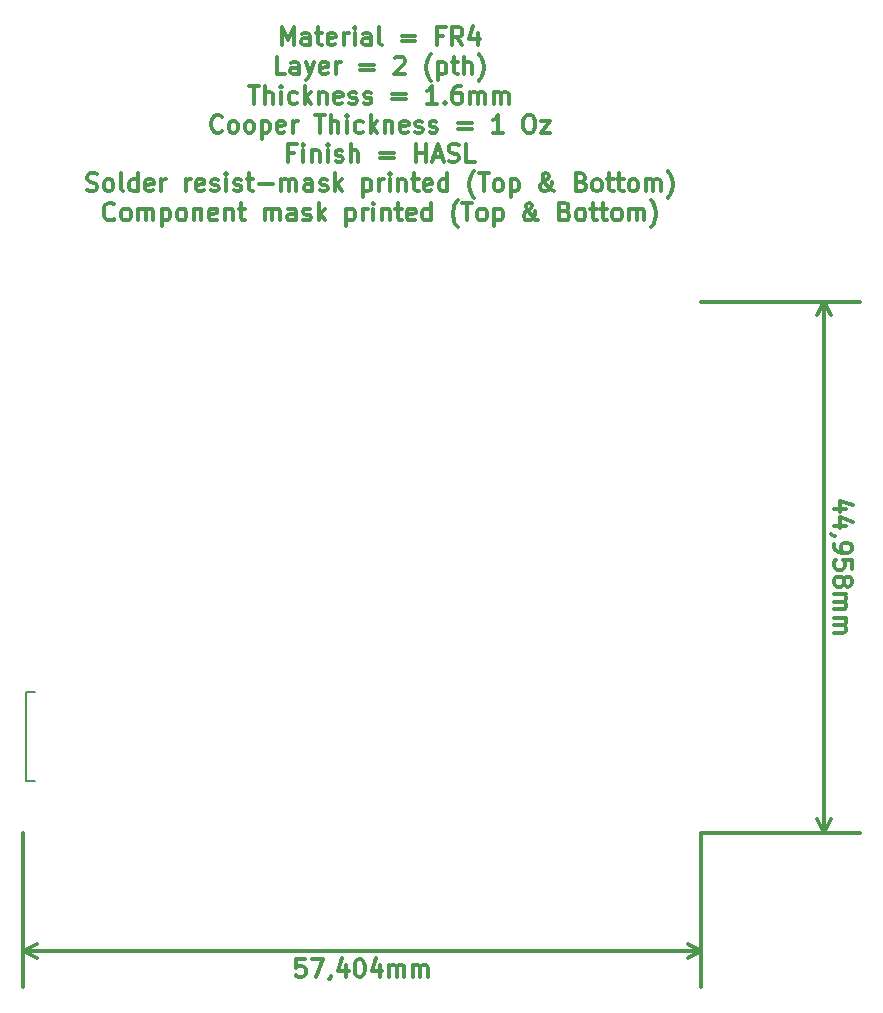
<source format=gbr>
G04 #@! TF.FileFunction,Drawing*
%FSLAX46Y46*%
G04 Gerber Fmt 4.6, Leading zero omitted, Abs format (unit mm)*
G04 Created by KiCad (PCBNEW 4.0.2-stable) date 25/07/2016 02:37:25 p.m.*
%MOMM*%
G01*
G04 APERTURE LIST*
%ADD10C,0.100000*%
%ADD11C,0.375000*%
%ADD12C,0.127000*%
G04 APERTURE END LIST*
D10*
D11*
X132394572Y-54213571D02*
X132394572Y-52713571D01*
X132894572Y-53785000D01*
X133394572Y-52713571D01*
X133394572Y-54213571D01*
X134751715Y-54213571D02*
X134751715Y-53427857D01*
X134680286Y-53285000D01*
X134537429Y-53213571D01*
X134251715Y-53213571D01*
X134108858Y-53285000D01*
X134751715Y-54142143D02*
X134608858Y-54213571D01*
X134251715Y-54213571D01*
X134108858Y-54142143D01*
X134037429Y-53999286D01*
X134037429Y-53856429D01*
X134108858Y-53713571D01*
X134251715Y-53642143D01*
X134608858Y-53642143D01*
X134751715Y-53570714D01*
X135251715Y-53213571D02*
X135823144Y-53213571D01*
X135466001Y-52713571D02*
X135466001Y-53999286D01*
X135537429Y-54142143D01*
X135680287Y-54213571D01*
X135823144Y-54213571D01*
X136894572Y-54142143D02*
X136751715Y-54213571D01*
X136466001Y-54213571D01*
X136323144Y-54142143D01*
X136251715Y-53999286D01*
X136251715Y-53427857D01*
X136323144Y-53285000D01*
X136466001Y-53213571D01*
X136751715Y-53213571D01*
X136894572Y-53285000D01*
X136966001Y-53427857D01*
X136966001Y-53570714D01*
X136251715Y-53713571D01*
X137608858Y-54213571D02*
X137608858Y-53213571D01*
X137608858Y-53499286D02*
X137680286Y-53356429D01*
X137751715Y-53285000D01*
X137894572Y-53213571D01*
X138037429Y-53213571D01*
X138537429Y-54213571D02*
X138537429Y-53213571D01*
X138537429Y-52713571D02*
X138466000Y-52785000D01*
X138537429Y-52856429D01*
X138608857Y-52785000D01*
X138537429Y-52713571D01*
X138537429Y-52856429D01*
X139894572Y-54213571D02*
X139894572Y-53427857D01*
X139823143Y-53285000D01*
X139680286Y-53213571D01*
X139394572Y-53213571D01*
X139251715Y-53285000D01*
X139894572Y-54142143D02*
X139751715Y-54213571D01*
X139394572Y-54213571D01*
X139251715Y-54142143D01*
X139180286Y-53999286D01*
X139180286Y-53856429D01*
X139251715Y-53713571D01*
X139394572Y-53642143D01*
X139751715Y-53642143D01*
X139894572Y-53570714D01*
X140823144Y-54213571D02*
X140680286Y-54142143D01*
X140608858Y-53999286D01*
X140608858Y-52713571D01*
X142537429Y-53427857D02*
X143680286Y-53427857D01*
X143680286Y-53856429D02*
X142537429Y-53856429D01*
X146037429Y-53427857D02*
X145537429Y-53427857D01*
X145537429Y-54213571D02*
X145537429Y-52713571D01*
X146251715Y-52713571D01*
X147680286Y-54213571D02*
X147180286Y-53499286D01*
X146823143Y-54213571D02*
X146823143Y-52713571D01*
X147394571Y-52713571D01*
X147537429Y-52785000D01*
X147608857Y-52856429D01*
X147680286Y-52999286D01*
X147680286Y-53213571D01*
X147608857Y-53356429D01*
X147537429Y-53427857D01*
X147394571Y-53499286D01*
X146823143Y-53499286D01*
X148966000Y-53213571D02*
X148966000Y-54213571D01*
X148608857Y-52642143D02*
X148251714Y-53713571D01*
X149180286Y-53713571D01*
X132680287Y-56688571D02*
X131966001Y-56688571D01*
X131966001Y-55188571D01*
X133823144Y-56688571D02*
X133823144Y-55902857D01*
X133751715Y-55760000D01*
X133608858Y-55688571D01*
X133323144Y-55688571D01*
X133180287Y-55760000D01*
X133823144Y-56617143D02*
X133680287Y-56688571D01*
X133323144Y-56688571D01*
X133180287Y-56617143D01*
X133108858Y-56474286D01*
X133108858Y-56331429D01*
X133180287Y-56188571D01*
X133323144Y-56117143D01*
X133680287Y-56117143D01*
X133823144Y-56045714D01*
X134394573Y-55688571D02*
X134751716Y-56688571D01*
X135108858Y-55688571D02*
X134751716Y-56688571D01*
X134608858Y-57045714D01*
X134537430Y-57117143D01*
X134394573Y-57188571D01*
X136251715Y-56617143D02*
X136108858Y-56688571D01*
X135823144Y-56688571D01*
X135680287Y-56617143D01*
X135608858Y-56474286D01*
X135608858Y-55902857D01*
X135680287Y-55760000D01*
X135823144Y-55688571D01*
X136108858Y-55688571D01*
X136251715Y-55760000D01*
X136323144Y-55902857D01*
X136323144Y-56045714D01*
X135608858Y-56188571D01*
X136966001Y-56688571D02*
X136966001Y-55688571D01*
X136966001Y-55974286D02*
X137037429Y-55831429D01*
X137108858Y-55760000D01*
X137251715Y-55688571D01*
X137394572Y-55688571D01*
X139037429Y-55902857D02*
X140180286Y-55902857D01*
X140180286Y-56331429D02*
X139037429Y-56331429D01*
X141966000Y-55331429D02*
X142037429Y-55260000D01*
X142180286Y-55188571D01*
X142537429Y-55188571D01*
X142680286Y-55260000D01*
X142751715Y-55331429D01*
X142823143Y-55474286D01*
X142823143Y-55617143D01*
X142751715Y-55831429D01*
X141894572Y-56688571D01*
X142823143Y-56688571D01*
X145037428Y-57260000D02*
X144966000Y-57188571D01*
X144823143Y-56974286D01*
X144751714Y-56831429D01*
X144680285Y-56617143D01*
X144608857Y-56260000D01*
X144608857Y-55974286D01*
X144680285Y-55617143D01*
X144751714Y-55402857D01*
X144823143Y-55260000D01*
X144966000Y-55045714D01*
X145037428Y-54974286D01*
X145608857Y-55688571D02*
X145608857Y-57188571D01*
X145608857Y-55760000D02*
X145751714Y-55688571D01*
X146037428Y-55688571D01*
X146180285Y-55760000D01*
X146251714Y-55831429D01*
X146323143Y-55974286D01*
X146323143Y-56402857D01*
X146251714Y-56545714D01*
X146180285Y-56617143D01*
X146037428Y-56688571D01*
X145751714Y-56688571D01*
X145608857Y-56617143D01*
X146751714Y-55688571D02*
X147323143Y-55688571D01*
X146966000Y-55188571D02*
X146966000Y-56474286D01*
X147037428Y-56617143D01*
X147180286Y-56688571D01*
X147323143Y-56688571D01*
X147823143Y-56688571D02*
X147823143Y-55188571D01*
X148466000Y-56688571D02*
X148466000Y-55902857D01*
X148394571Y-55760000D01*
X148251714Y-55688571D01*
X148037429Y-55688571D01*
X147894571Y-55760000D01*
X147823143Y-55831429D01*
X149037429Y-57260000D02*
X149108857Y-57188571D01*
X149251714Y-56974286D01*
X149323143Y-56831429D01*
X149394572Y-56617143D01*
X149466000Y-56260000D01*
X149466000Y-55974286D01*
X149394572Y-55617143D01*
X149323143Y-55402857D01*
X149251714Y-55260000D01*
X149108857Y-55045714D01*
X149037429Y-54974286D01*
X129608857Y-57663571D02*
X130466000Y-57663571D01*
X130037429Y-59163571D02*
X130037429Y-57663571D01*
X130966000Y-59163571D02*
X130966000Y-57663571D01*
X131608857Y-59163571D02*
X131608857Y-58377857D01*
X131537428Y-58235000D01*
X131394571Y-58163571D01*
X131180286Y-58163571D01*
X131037428Y-58235000D01*
X130966000Y-58306429D01*
X132323143Y-59163571D02*
X132323143Y-58163571D01*
X132323143Y-57663571D02*
X132251714Y-57735000D01*
X132323143Y-57806429D01*
X132394571Y-57735000D01*
X132323143Y-57663571D01*
X132323143Y-57806429D01*
X133680286Y-59092143D02*
X133537429Y-59163571D01*
X133251715Y-59163571D01*
X133108857Y-59092143D01*
X133037429Y-59020714D01*
X132966000Y-58877857D01*
X132966000Y-58449286D01*
X133037429Y-58306429D01*
X133108857Y-58235000D01*
X133251715Y-58163571D01*
X133537429Y-58163571D01*
X133680286Y-58235000D01*
X134323143Y-59163571D02*
X134323143Y-57663571D01*
X134466000Y-58592143D02*
X134894571Y-59163571D01*
X134894571Y-58163571D02*
X134323143Y-58735000D01*
X135537429Y-58163571D02*
X135537429Y-59163571D01*
X135537429Y-58306429D02*
X135608857Y-58235000D01*
X135751715Y-58163571D01*
X135966000Y-58163571D01*
X136108857Y-58235000D01*
X136180286Y-58377857D01*
X136180286Y-59163571D01*
X137466000Y-59092143D02*
X137323143Y-59163571D01*
X137037429Y-59163571D01*
X136894572Y-59092143D01*
X136823143Y-58949286D01*
X136823143Y-58377857D01*
X136894572Y-58235000D01*
X137037429Y-58163571D01*
X137323143Y-58163571D01*
X137466000Y-58235000D01*
X137537429Y-58377857D01*
X137537429Y-58520714D01*
X136823143Y-58663571D01*
X138108857Y-59092143D02*
X138251714Y-59163571D01*
X138537429Y-59163571D01*
X138680286Y-59092143D01*
X138751714Y-58949286D01*
X138751714Y-58877857D01*
X138680286Y-58735000D01*
X138537429Y-58663571D01*
X138323143Y-58663571D01*
X138180286Y-58592143D01*
X138108857Y-58449286D01*
X138108857Y-58377857D01*
X138180286Y-58235000D01*
X138323143Y-58163571D01*
X138537429Y-58163571D01*
X138680286Y-58235000D01*
X139323143Y-59092143D02*
X139466000Y-59163571D01*
X139751715Y-59163571D01*
X139894572Y-59092143D01*
X139966000Y-58949286D01*
X139966000Y-58877857D01*
X139894572Y-58735000D01*
X139751715Y-58663571D01*
X139537429Y-58663571D01*
X139394572Y-58592143D01*
X139323143Y-58449286D01*
X139323143Y-58377857D01*
X139394572Y-58235000D01*
X139537429Y-58163571D01*
X139751715Y-58163571D01*
X139894572Y-58235000D01*
X141751715Y-58377857D02*
X142894572Y-58377857D01*
X142894572Y-58806429D02*
X141751715Y-58806429D01*
X145537429Y-59163571D02*
X144680286Y-59163571D01*
X145108858Y-59163571D02*
X145108858Y-57663571D01*
X144966001Y-57877857D01*
X144823143Y-58020714D01*
X144680286Y-58092143D01*
X146180286Y-59020714D02*
X146251714Y-59092143D01*
X146180286Y-59163571D01*
X146108857Y-59092143D01*
X146180286Y-59020714D01*
X146180286Y-59163571D01*
X147537429Y-57663571D02*
X147251715Y-57663571D01*
X147108858Y-57735000D01*
X147037429Y-57806429D01*
X146894572Y-58020714D01*
X146823143Y-58306429D01*
X146823143Y-58877857D01*
X146894572Y-59020714D01*
X146966000Y-59092143D01*
X147108858Y-59163571D01*
X147394572Y-59163571D01*
X147537429Y-59092143D01*
X147608858Y-59020714D01*
X147680286Y-58877857D01*
X147680286Y-58520714D01*
X147608858Y-58377857D01*
X147537429Y-58306429D01*
X147394572Y-58235000D01*
X147108858Y-58235000D01*
X146966000Y-58306429D01*
X146894572Y-58377857D01*
X146823143Y-58520714D01*
X148323143Y-59163571D02*
X148323143Y-58163571D01*
X148323143Y-58306429D02*
X148394571Y-58235000D01*
X148537429Y-58163571D01*
X148751714Y-58163571D01*
X148894571Y-58235000D01*
X148966000Y-58377857D01*
X148966000Y-59163571D01*
X148966000Y-58377857D02*
X149037429Y-58235000D01*
X149180286Y-58163571D01*
X149394571Y-58163571D01*
X149537429Y-58235000D01*
X149608857Y-58377857D01*
X149608857Y-59163571D01*
X150323143Y-59163571D02*
X150323143Y-58163571D01*
X150323143Y-58306429D02*
X150394571Y-58235000D01*
X150537429Y-58163571D01*
X150751714Y-58163571D01*
X150894571Y-58235000D01*
X150966000Y-58377857D01*
X150966000Y-59163571D01*
X150966000Y-58377857D02*
X151037429Y-58235000D01*
X151180286Y-58163571D01*
X151394571Y-58163571D01*
X151537429Y-58235000D01*
X151608857Y-58377857D01*
X151608857Y-59163571D01*
X127323143Y-61495714D02*
X127251714Y-61567143D01*
X127037428Y-61638571D01*
X126894571Y-61638571D01*
X126680286Y-61567143D01*
X126537428Y-61424286D01*
X126466000Y-61281429D01*
X126394571Y-60995714D01*
X126394571Y-60781429D01*
X126466000Y-60495714D01*
X126537428Y-60352857D01*
X126680286Y-60210000D01*
X126894571Y-60138571D01*
X127037428Y-60138571D01*
X127251714Y-60210000D01*
X127323143Y-60281429D01*
X128180286Y-61638571D02*
X128037428Y-61567143D01*
X127966000Y-61495714D01*
X127894571Y-61352857D01*
X127894571Y-60924286D01*
X127966000Y-60781429D01*
X128037428Y-60710000D01*
X128180286Y-60638571D01*
X128394571Y-60638571D01*
X128537428Y-60710000D01*
X128608857Y-60781429D01*
X128680286Y-60924286D01*
X128680286Y-61352857D01*
X128608857Y-61495714D01*
X128537428Y-61567143D01*
X128394571Y-61638571D01*
X128180286Y-61638571D01*
X129537429Y-61638571D02*
X129394571Y-61567143D01*
X129323143Y-61495714D01*
X129251714Y-61352857D01*
X129251714Y-60924286D01*
X129323143Y-60781429D01*
X129394571Y-60710000D01*
X129537429Y-60638571D01*
X129751714Y-60638571D01*
X129894571Y-60710000D01*
X129966000Y-60781429D01*
X130037429Y-60924286D01*
X130037429Y-61352857D01*
X129966000Y-61495714D01*
X129894571Y-61567143D01*
X129751714Y-61638571D01*
X129537429Y-61638571D01*
X130680286Y-60638571D02*
X130680286Y-62138571D01*
X130680286Y-60710000D02*
X130823143Y-60638571D01*
X131108857Y-60638571D01*
X131251714Y-60710000D01*
X131323143Y-60781429D01*
X131394572Y-60924286D01*
X131394572Y-61352857D01*
X131323143Y-61495714D01*
X131251714Y-61567143D01*
X131108857Y-61638571D01*
X130823143Y-61638571D01*
X130680286Y-61567143D01*
X132608857Y-61567143D02*
X132466000Y-61638571D01*
X132180286Y-61638571D01*
X132037429Y-61567143D01*
X131966000Y-61424286D01*
X131966000Y-60852857D01*
X132037429Y-60710000D01*
X132180286Y-60638571D01*
X132466000Y-60638571D01*
X132608857Y-60710000D01*
X132680286Y-60852857D01*
X132680286Y-60995714D01*
X131966000Y-61138571D01*
X133323143Y-61638571D02*
X133323143Y-60638571D01*
X133323143Y-60924286D02*
X133394571Y-60781429D01*
X133466000Y-60710000D01*
X133608857Y-60638571D01*
X133751714Y-60638571D01*
X135180285Y-60138571D02*
X136037428Y-60138571D01*
X135608857Y-61638571D02*
X135608857Y-60138571D01*
X136537428Y-61638571D02*
X136537428Y-60138571D01*
X137180285Y-61638571D02*
X137180285Y-60852857D01*
X137108856Y-60710000D01*
X136965999Y-60638571D01*
X136751714Y-60638571D01*
X136608856Y-60710000D01*
X136537428Y-60781429D01*
X137894571Y-61638571D02*
X137894571Y-60638571D01*
X137894571Y-60138571D02*
X137823142Y-60210000D01*
X137894571Y-60281429D01*
X137965999Y-60210000D01*
X137894571Y-60138571D01*
X137894571Y-60281429D01*
X139251714Y-61567143D02*
X139108857Y-61638571D01*
X138823143Y-61638571D01*
X138680285Y-61567143D01*
X138608857Y-61495714D01*
X138537428Y-61352857D01*
X138537428Y-60924286D01*
X138608857Y-60781429D01*
X138680285Y-60710000D01*
X138823143Y-60638571D01*
X139108857Y-60638571D01*
X139251714Y-60710000D01*
X139894571Y-61638571D02*
X139894571Y-60138571D01*
X140037428Y-61067143D02*
X140465999Y-61638571D01*
X140465999Y-60638571D02*
X139894571Y-61210000D01*
X141108857Y-60638571D02*
X141108857Y-61638571D01*
X141108857Y-60781429D02*
X141180285Y-60710000D01*
X141323143Y-60638571D01*
X141537428Y-60638571D01*
X141680285Y-60710000D01*
X141751714Y-60852857D01*
X141751714Y-61638571D01*
X143037428Y-61567143D02*
X142894571Y-61638571D01*
X142608857Y-61638571D01*
X142466000Y-61567143D01*
X142394571Y-61424286D01*
X142394571Y-60852857D01*
X142466000Y-60710000D01*
X142608857Y-60638571D01*
X142894571Y-60638571D01*
X143037428Y-60710000D01*
X143108857Y-60852857D01*
X143108857Y-60995714D01*
X142394571Y-61138571D01*
X143680285Y-61567143D02*
X143823142Y-61638571D01*
X144108857Y-61638571D01*
X144251714Y-61567143D01*
X144323142Y-61424286D01*
X144323142Y-61352857D01*
X144251714Y-61210000D01*
X144108857Y-61138571D01*
X143894571Y-61138571D01*
X143751714Y-61067143D01*
X143680285Y-60924286D01*
X143680285Y-60852857D01*
X143751714Y-60710000D01*
X143894571Y-60638571D01*
X144108857Y-60638571D01*
X144251714Y-60710000D01*
X144894571Y-61567143D02*
X145037428Y-61638571D01*
X145323143Y-61638571D01*
X145466000Y-61567143D01*
X145537428Y-61424286D01*
X145537428Y-61352857D01*
X145466000Y-61210000D01*
X145323143Y-61138571D01*
X145108857Y-61138571D01*
X144966000Y-61067143D01*
X144894571Y-60924286D01*
X144894571Y-60852857D01*
X144966000Y-60710000D01*
X145108857Y-60638571D01*
X145323143Y-60638571D01*
X145466000Y-60710000D01*
X147323143Y-60852857D02*
X148466000Y-60852857D01*
X148466000Y-61281429D02*
X147323143Y-61281429D01*
X151108857Y-61638571D02*
X150251714Y-61638571D01*
X150680286Y-61638571D02*
X150680286Y-60138571D01*
X150537429Y-60352857D01*
X150394571Y-60495714D01*
X150251714Y-60567143D01*
X153180285Y-60138571D02*
X153465999Y-60138571D01*
X153608857Y-60210000D01*
X153751714Y-60352857D01*
X153823142Y-60638571D01*
X153823142Y-61138571D01*
X153751714Y-61424286D01*
X153608857Y-61567143D01*
X153465999Y-61638571D01*
X153180285Y-61638571D01*
X153037428Y-61567143D01*
X152894571Y-61424286D01*
X152823142Y-61138571D01*
X152823142Y-60638571D01*
X152894571Y-60352857D01*
X153037428Y-60210000D01*
X153180285Y-60138571D01*
X154323143Y-60638571D02*
X155108857Y-60638571D01*
X154323143Y-61638571D01*
X155108857Y-61638571D01*
X133430286Y-63327857D02*
X132930286Y-63327857D01*
X132930286Y-64113571D02*
X132930286Y-62613571D01*
X133644572Y-62613571D01*
X134216000Y-64113571D02*
X134216000Y-63113571D01*
X134216000Y-62613571D02*
X134144571Y-62685000D01*
X134216000Y-62756429D01*
X134287428Y-62685000D01*
X134216000Y-62613571D01*
X134216000Y-62756429D01*
X134930286Y-63113571D02*
X134930286Y-64113571D01*
X134930286Y-63256429D02*
X135001714Y-63185000D01*
X135144572Y-63113571D01*
X135358857Y-63113571D01*
X135501714Y-63185000D01*
X135573143Y-63327857D01*
X135573143Y-64113571D01*
X136287429Y-64113571D02*
X136287429Y-63113571D01*
X136287429Y-62613571D02*
X136216000Y-62685000D01*
X136287429Y-62756429D01*
X136358857Y-62685000D01*
X136287429Y-62613571D01*
X136287429Y-62756429D01*
X136930286Y-64042143D02*
X137073143Y-64113571D01*
X137358858Y-64113571D01*
X137501715Y-64042143D01*
X137573143Y-63899286D01*
X137573143Y-63827857D01*
X137501715Y-63685000D01*
X137358858Y-63613571D01*
X137144572Y-63613571D01*
X137001715Y-63542143D01*
X136930286Y-63399286D01*
X136930286Y-63327857D01*
X137001715Y-63185000D01*
X137144572Y-63113571D01*
X137358858Y-63113571D01*
X137501715Y-63185000D01*
X138216001Y-64113571D02*
X138216001Y-62613571D01*
X138858858Y-64113571D02*
X138858858Y-63327857D01*
X138787429Y-63185000D01*
X138644572Y-63113571D01*
X138430287Y-63113571D01*
X138287429Y-63185000D01*
X138216001Y-63256429D01*
X140716001Y-63327857D02*
X141858858Y-63327857D01*
X141858858Y-63756429D02*
X140716001Y-63756429D01*
X143716001Y-64113571D02*
X143716001Y-62613571D01*
X143716001Y-63327857D02*
X144573144Y-63327857D01*
X144573144Y-64113571D02*
X144573144Y-62613571D01*
X145216001Y-63685000D02*
X145930287Y-63685000D01*
X145073144Y-64113571D02*
X145573144Y-62613571D01*
X146073144Y-64113571D01*
X146501715Y-64042143D02*
X146716001Y-64113571D01*
X147073144Y-64113571D01*
X147216001Y-64042143D01*
X147287430Y-63970714D01*
X147358858Y-63827857D01*
X147358858Y-63685000D01*
X147287430Y-63542143D01*
X147216001Y-63470714D01*
X147073144Y-63399286D01*
X146787430Y-63327857D01*
X146644572Y-63256429D01*
X146573144Y-63185000D01*
X146501715Y-63042143D01*
X146501715Y-62899286D01*
X146573144Y-62756429D01*
X146644572Y-62685000D01*
X146787430Y-62613571D01*
X147144572Y-62613571D01*
X147358858Y-62685000D01*
X148716001Y-64113571D02*
X148001715Y-64113571D01*
X148001715Y-62613571D01*
X115894571Y-66517143D02*
X116108857Y-66588571D01*
X116466000Y-66588571D01*
X116608857Y-66517143D01*
X116680286Y-66445714D01*
X116751714Y-66302857D01*
X116751714Y-66160000D01*
X116680286Y-66017143D01*
X116608857Y-65945714D01*
X116466000Y-65874286D01*
X116180286Y-65802857D01*
X116037428Y-65731429D01*
X115966000Y-65660000D01*
X115894571Y-65517143D01*
X115894571Y-65374286D01*
X115966000Y-65231429D01*
X116037428Y-65160000D01*
X116180286Y-65088571D01*
X116537428Y-65088571D01*
X116751714Y-65160000D01*
X117608857Y-66588571D02*
X117465999Y-66517143D01*
X117394571Y-66445714D01*
X117323142Y-66302857D01*
X117323142Y-65874286D01*
X117394571Y-65731429D01*
X117465999Y-65660000D01*
X117608857Y-65588571D01*
X117823142Y-65588571D01*
X117965999Y-65660000D01*
X118037428Y-65731429D01*
X118108857Y-65874286D01*
X118108857Y-66302857D01*
X118037428Y-66445714D01*
X117965999Y-66517143D01*
X117823142Y-66588571D01*
X117608857Y-66588571D01*
X118966000Y-66588571D02*
X118823142Y-66517143D01*
X118751714Y-66374286D01*
X118751714Y-65088571D01*
X120180285Y-66588571D02*
X120180285Y-65088571D01*
X120180285Y-66517143D02*
X120037428Y-66588571D01*
X119751714Y-66588571D01*
X119608856Y-66517143D01*
X119537428Y-66445714D01*
X119465999Y-66302857D01*
X119465999Y-65874286D01*
X119537428Y-65731429D01*
X119608856Y-65660000D01*
X119751714Y-65588571D01*
X120037428Y-65588571D01*
X120180285Y-65660000D01*
X121465999Y-66517143D02*
X121323142Y-66588571D01*
X121037428Y-66588571D01*
X120894571Y-66517143D01*
X120823142Y-66374286D01*
X120823142Y-65802857D01*
X120894571Y-65660000D01*
X121037428Y-65588571D01*
X121323142Y-65588571D01*
X121465999Y-65660000D01*
X121537428Y-65802857D01*
X121537428Y-65945714D01*
X120823142Y-66088571D01*
X122180285Y-66588571D02*
X122180285Y-65588571D01*
X122180285Y-65874286D02*
X122251713Y-65731429D01*
X122323142Y-65660000D01*
X122465999Y-65588571D01*
X122608856Y-65588571D01*
X124251713Y-66588571D02*
X124251713Y-65588571D01*
X124251713Y-65874286D02*
X124323141Y-65731429D01*
X124394570Y-65660000D01*
X124537427Y-65588571D01*
X124680284Y-65588571D01*
X125751712Y-66517143D02*
X125608855Y-66588571D01*
X125323141Y-66588571D01*
X125180284Y-66517143D01*
X125108855Y-66374286D01*
X125108855Y-65802857D01*
X125180284Y-65660000D01*
X125323141Y-65588571D01*
X125608855Y-65588571D01*
X125751712Y-65660000D01*
X125823141Y-65802857D01*
X125823141Y-65945714D01*
X125108855Y-66088571D01*
X126394569Y-66517143D02*
X126537426Y-66588571D01*
X126823141Y-66588571D01*
X126965998Y-66517143D01*
X127037426Y-66374286D01*
X127037426Y-66302857D01*
X126965998Y-66160000D01*
X126823141Y-66088571D01*
X126608855Y-66088571D01*
X126465998Y-66017143D01*
X126394569Y-65874286D01*
X126394569Y-65802857D01*
X126465998Y-65660000D01*
X126608855Y-65588571D01*
X126823141Y-65588571D01*
X126965998Y-65660000D01*
X127680284Y-66588571D02*
X127680284Y-65588571D01*
X127680284Y-65088571D02*
X127608855Y-65160000D01*
X127680284Y-65231429D01*
X127751712Y-65160000D01*
X127680284Y-65088571D01*
X127680284Y-65231429D01*
X128323141Y-66517143D02*
X128465998Y-66588571D01*
X128751713Y-66588571D01*
X128894570Y-66517143D01*
X128965998Y-66374286D01*
X128965998Y-66302857D01*
X128894570Y-66160000D01*
X128751713Y-66088571D01*
X128537427Y-66088571D01*
X128394570Y-66017143D01*
X128323141Y-65874286D01*
X128323141Y-65802857D01*
X128394570Y-65660000D01*
X128537427Y-65588571D01*
X128751713Y-65588571D01*
X128894570Y-65660000D01*
X129394570Y-65588571D02*
X129965999Y-65588571D01*
X129608856Y-65088571D02*
X129608856Y-66374286D01*
X129680284Y-66517143D01*
X129823142Y-66588571D01*
X129965999Y-66588571D01*
X130465999Y-66017143D02*
X131608856Y-66017143D01*
X132323142Y-66588571D02*
X132323142Y-65588571D01*
X132323142Y-65731429D02*
X132394570Y-65660000D01*
X132537428Y-65588571D01*
X132751713Y-65588571D01*
X132894570Y-65660000D01*
X132965999Y-65802857D01*
X132965999Y-66588571D01*
X132965999Y-65802857D02*
X133037428Y-65660000D01*
X133180285Y-65588571D01*
X133394570Y-65588571D01*
X133537428Y-65660000D01*
X133608856Y-65802857D01*
X133608856Y-66588571D01*
X134965999Y-66588571D02*
X134965999Y-65802857D01*
X134894570Y-65660000D01*
X134751713Y-65588571D01*
X134465999Y-65588571D01*
X134323142Y-65660000D01*
X134965999Y-66517143D02*
X134823142Y-66588571D01*
X134465999Y-66588571D01*
X134323142Y-66517143D01*
X134251713Y-66374286D01*
X134251713Y-66231429D01*
X134323142Y-66088571D01*
X134465999Y-66017143D01*
X134823142Y-66017143D01*
X134965999Y-65945714D01*
X135608856Y-66517143D02*
X135751713Y-66588571D01*
X136037428Y-66588571D01*
X136180285Y-66517143D01*
X136251713Y-66374286D01*
X136251713Y-66302857D01*
X136180285Y-66160000D01*
X136037428Y-66088571D01*
X135823142Y-66088571D01*
X135680285Y-66017143D01*
X135608856Y-65874286D01*
X135608856Y-65802857D01*
X135680285Y-65660000D01*
X135823142Y-65588571D01*
X136037428Y-65588571D01*
X136180285Y-65660000D01*
X136894571Y-66588571D02*
X136894571Y-65088571D01*
X137037428Y-66017143D02*
X137465999Y-66588571D01*
X137465999Y-65588571D02*
X136894571Y-66160000D01*
X139251714Y-65588571D02*
X139251714Y-67088571D01*
X139251714Y-65660000D02*
X139394571Y-65588571D01*
X139680285Y-65588571D01*
X139823142Y-65660000D01*
X139894571Y-65731429D01*
X139966000Y-65874286D01*
X139966000Y-66302857D01*
X139894571Y-66445714D01*
X139823142Y-66517143D01*
X139680285Y-66588571D01*
X139394571Y-66588571D01*
X139251714Y-66517143D01*
X140608857Y-66588571D02*
X140608857Y-65588571D01*
X140608857Y-65874286D02*
X140680285Y-65731429D01*
X140751714Y-65660000D01*
X140894571Y-65588571D01*
X141037428Y-65588571D01*
X141537428Y-66588571D02*
X141537428Y-65588571D01*
X141537428Y-65088571D02*
X141465999Y-65160000D01*
X141537428Y-65231429D01*
X141608856Y-65160000D01*
X141537428Y-65088571D01*
X141537428Y-65231429D01*
X142251714Y-65588571D02*
X142251714Y-66588571D01*
X142251714Y-65731429D02*
X142323142Y-65660000D01*
X142466000Y-65588571D01*
X142680285Y-65588571D01*
X142823142Y-65660000D01*
X142894571Y-65802857D01*
X142894571Y-66588571D01*
X143394571Y-65588571D02*
X143966000Y-65588571D01*
X143608857Y-65088571D02*
X143608857Y-66374286D01*
X143680285Y-66517143D01*
X143823143Y-66588571D01*
X143966000Y-66588571D01*
X145037428Y-66517143D02*
X144894571Y-66588571D01*
X144608857Y-66588571D01*
X144466000Y-66517143D01*
X144394571Y-66374286D01*
X144394571Y-65802857D01*
X144466000Y-65660000D01*
X144608857Y-65588571D01*
X144894571Y-65588571D01*
X145037428Y-65660000D01*
X145108857Y-65802857D01*
X145108857Y-65945714D01*
X144394571Y-66088571D01*
X146394571Y-66588571D02*
X146394571Y-65088571D01*
X146394571Y-66517143D02*
X146251714Y-66588571D01*
X145966000Y-66588571D01*
X145823142Y-66517143D01*
X145751714Y-66445714D01*
X145680285Y-66302857D01*
X145680285Y-65874286D01*
X145751714Y-65731429D01*
X145823142Y-65660000D01*
X145966000Y-65588571D01*
X146251714Y-65588571D01*
X146394571Y-65660000D01*
X148680285Y-67160000D02*
X148608857Y-67088571D01*
X148466000Y-66874286D01*
X148394571Y-66731429D01*
X148323142Y-66517143D01*
X148251714Y-66160000D01*
X148251714Y-65874286D01*
X148323142Y-65517143D01*
X148394571Y-65302857D01*
X148466000Y-65160000D01*
X148608857Y-64945714D01*
X148680285Y-64874286D01*
X149037428Y-65088571D02*
X149894571Y-65088571D01*
X149466000Y-66588571D02*
X149466000Y-65088571D01*
X150608857Y-66588571D02*
X150465999Y-66517143D01*
X150394571Y-66445714D01*
X150323142Y-66302857D01*
X150323142Y-65874286D01*
X150394571Y-65731429D01*
X150465999Y-65660000D01*
X150608857Y-65588571D01*
X150823142Y-65588571D01*
X150965999Y-65660000D01*
X151037428Y-65731429D01*
X151108857Y-65874286D01*
X151108857Y-66302857D01*
X151037428Y-66445714D01*
X150965999Y-66517143D01*
X150823142Y-66588571D01*
X150608857Y-66588571D01*
X151751714Y-65588571D02*
X151751714Y-67088571D01*
X151751714Y-65660000D02*
X151894571Y-65588571D01*
X152180285Y-65588571D01*
X152323142Y-65660000D01*
X152394571Y-65731429D01*
X152466000Y-65874286D01*
X152466000Y-66302857D01*
X152394571Y-66445714D01*
X152323142Y-66517143D01*
X152180285Y-66588571D01*
X151894571Y-66588571D01*
X151751714Y-66517143D01*
X155466000Y-66588571D02*
X155394571Y-66588571D01*
X155251714Y-66517143D01*
X155037428Y-66302857D01*
X154680285Y-65874286D01*
X154537428Y-65660000D01*
X154466000Y-65445714D01*
X154466000Y-65302857D01*
X154537428Y-65160000D01*
X154680285Y-65088571D01*
X154751714Y-65088571D01*
X154894571Y-65160000D01*
X154966000Y-65302857D01*
X154966000Y-65374286D01*
X154894571Y-65517143D01*
X154823142Y-65588571D01*
X154394571Y-65874286D01*
X154323142Y-65945714D01*
X154251714Y-66088571D01*
X154251714Y-66302857D01*
X154323142Y-66445714D01*
X154394571Y-66517143D01*
X154537428Y-66588571D01*
X154751714Y-66588571D01*
X154894571Y-66517143D01*
X154966000Y-66445714D01*
X155180285Y-66160000D01*
X155251714Y-65945714D01*
X155251714Y-65802857D01*
X157751714Y-65802857D02*
X157966000Y-65874286D01*
X158037428Y-65945714D01*
X158108857Y-66088571D01*
X158108857Y-66302857D01*
X158037428Y-66445714D01*
X157966000Y-66517143D01*
X157823142Y-66588571D01*
X157251714Y-66588571D01*
X157251714Y-65088571D01*
X157751714Y-65088571D01*
X157894571Y-65160000D01*
X157966000Y-65231429D01*
X158037428Y-65374286D01*
X158037428Y-65517143D01*
X157966000Y-65660000D01*
X157894571Y-65731429D01*
X157751714Y-65802857D01*
X157251714Y-65802857D01*
X158966000Y-66588571D02*
X158823142Y-66517143D01*
X158751714Y-66445714D01*
X158680285Y-66302857D01*
X158680285Y-65874286D01*
X158751714Y-65731429D01*
X158823142Y-65660000D01*
X158966000Y-65588571D01*
X159180285Y-65588571D01*
X159323142Y-65660000D01*
X159394571Y-65731429D01*
X159466000Y-65874286D01*
X159466000Y-66302857D01*
X159394571Y-66445714D01*
X159323142Y-66517143D01*
X159180285Y-66588571D01*
X158966000Y-66588571D01*
X159894571Y-65588571D02*
X160466000Y-65588571D01*
X160108857Y-65088571D02*
X160108857Y-66374286D01*
X160180285Y-66517143D01*
X160323143Y-66588571D01*
X160466000Y-66588571D01*
X160751714Y-65588571D02*
X161323143Y-65588571D01*
X160966000Y-65088571D02*
X160966000Y-66374286D01*
X161037428Y-66517143D01*
X161180286Y-66588571D01*
X161323143Y-66588571D01*
X162037429Y-66588571D02*
X161894571Y-66517143D01*
X161823143Y-66445714D01*
X161751714Y-66302857D01*
X161751714Y-65874286D01*
X161823143Y-65731429D01*
X161894571Y-65660000D01*
X162037429Y-65588571D01*
X162251714Y-65588571D01*
X162394571Y-65660000D01*
X162466000Y-65731429D01*
X162537429Y-65874286D01*
X162537429Y-66302857D01*
X162466000Y-66445714D01*
X162394571Y-66517143D01*
X162251714Y-66588571D01*
X162037429Y-66588571D01*
X163180286Y-66588571D02*
X163180286Y-65588571D01*
X163180286Y-65731429D02*
X163251714Y-65660000D01*
X163394572Y-65588571D01*
X163608857Y-65588571D01*
X163751714Y-65660000D01*
X163823143Y-65802857D01*
X163823143Y-66588571D01*
X163823143Y-65802857D02*
X163894572Y-65660000D01*
X164037429Y-65588571D01*
X164251714Y-65588571D01*
X164394572Y-65660000D01*
X164466000Y-65802857D01*
X164466000Y-66588571D01*
X165037429Y-67160000D02*
X165108857Y-67088571D01*
X165251714Y-66874286D01*
X165323143Y-66731429D01*
X165394572Y-66517143D01*
X165466000Y-66160000D01*
X165466000Y-65874286D01*
X165394572Y-65517143D01*
X165323143Y-65302857D01*
X165251714Y-65160000D01*
X165108857Y-64945714D01*
X165037429Y-64874286D01*
X118216000Y-68920714D02*
X118144571Y-68992143D01*
X117930285Y-69063571D01*
X117787428Y-69063571D01*
X117573143Y-68992143D01*
X117430285Y-68849286D01*
X117358857Y-68706429D01*
X117287428Y-68420714D01*
X117287428Y-68206429D01*
X117358857Y-67920714D01*
X117430285Y-67777857D01*
X117573143Y-67635000D01*
X117787428Y-67563571D01*
X117930285Y-67563571D01*
X118144571Y-67635000D01*
X118216000Y-67706429D01*
X119073143Y-69063571D02*
X118930285Y-68992143D01*
X118858857Y-68920714D01*
X118787428Y-68777857D01*
X118787428Y-68349286D01*
X118858857Y-68206429D01*
X118930285Y-68135000D01*
X119073143Y-68063571D01*
X119287428Y-68063571D01*
X119430285Y-68135000D01*
X119501714Y-68206429D01*
X119573143Y-68349286D01*
X119573143Y-68777857D01*
X119501714Y-68920714D01*
X119430285Y-68992143D01*
X119287428Y-69063571D01*
X119073143Y-69063571D01*
X120216000Y-69063571D02*
X120216000Y-68063571D01*
X120216000Y-68206429D02*
X120287428Y-68135000D01*
X120430286Y-68063571D01*
X120644571Y-68063571D01*
X120787428Y-68135000D01*
X120858857Y-68277857D01*
X120858857Y-69063571D01*
X120858857Y-68277857D02*
X120930286Y-68135000D01*
X121073143Y-68063571D01*
X121287428Y-68063571D01*
X121430286Y-68135000D01*
X121501714Y-68277857D01*
X121501714Y-69063571D01*
X122216000Y-68063571D02*
X122216000Y-69563571D01*
X122216000Y-68135000D02*
X122358857Y-68063571D01*
X122644571Y-68063571D01*
X122787428Y-68135000D01*
X122858857Y-68206429D01*
X122930286Y-68349286D01*
X122930286Y-68777857D01*
X122858857Y-68920714D01*
X122787428Y-68992143D01*
X122644571Y-69063571D01*
X122358857Y-69063571D01*
X122216000Y-68992143D01*
X123787429Y-69063571D02*
X123644571Y-68992143D01*
X123573143Y-68920714D01*
X123501714Y-68777857D01*
X123501714Y-68349286D01*
X123573143Y-68206429D01*
X123644571Y-68135000D01*
X123787429Y-68063571D01*
X124001714Y-68063571D01*
X124144571Y-68135000D01*
X124216000Y-68206429D01*
X124287429Y-68349286D01*
X124287429Y-68777857D01*
X124216000Y-68920714D01*
X124144571Y-68992143D01*
X124001714Y-69063571D01*
X123787429Y-69063571D01*
X124930286Y-68063571D02*
X124930286Y-69063571D01*
X124930286Y-68206429D02*
X125001714Y-68135000D01*
X125144572Y-68063571D01*
X125358857Y-68063571D01*
X125501714Y-68135000D01*
X125573143Y-68277857D01*
X125573143Y-69063571D01*
X126858857Y-68992143D02*
X126716000Y-69063571D01*
X126430286Y-69063571D01*
X126287429Y-68992143D01*
X126216000Y-68849286D01*
X126216000Y-68277857D01*
X126287429Y-68135000D01*
X126430286Y-68063571D01*
X126716000Y-68063571D01*
X126858857Y-68135000D01*
X126930286Y-68277857D01*
X126930286Y-68420714D01*
X126216000Y-68563571D01*
X127573143Y-68063571D02*
X127573143Y-69063571D01*
X127573143Y-68206429D02*
X127644571Y-68135000D01*
X127787429Y-68063571D01*
X128001714Y-68063571D01*
X128144571Y-68135000D01*
X128216000Y-68277857D01*
X128216000Y-69063571D01*
X128716000Y-68063571D02*
X129287429Y-68063571D01*
X128930286Y-67563571D02*
X128930286Y-68849286D01*
X129001714Y-68992143D01*
X129144572Y-69063571D01*
X129287429Y-69063571D01*
X130930286Y-69063571D02*
X130930286Y-68063571D01*
X130930286Y-68206429D02*
X131001714Y-68135000D01*
X131144572Y-68063571D01*
X131358857Y-68063571D01*
X131501714Y-68135000D01*
X131573143Y-68277857D01*
X131573143Y-69063571D01*
X131573143Y-68277857D02*
X131644572Y-68135000D01*
X131787429Y-68063571D01*
X132001714Y-68063571D01*
X132144572Y-68135000D01*
X132216000Y-68277857D01*
X132216000Y-69063571D01*
X133573143Y-69063571D02*
X133573143Y-68277857D01*
X133501714Y-68135000D01*
X133358857Y-68063571D01*
X133073143Y-68063571D01*
X132930286Y-68135000D01*
X133573143Y-68992143D02*
X133430286Y-69063571D01*
X133073143Y-69063571D01*
X132930286Y-68992143D01*
X132858857Y-68849286D01*
X132858857Y-68706429D01*
X132930286Y-68563571D01*
X133073143Y-68492143D01*
X133430286Y-68492143D01*
X133573143Y-68420714D01*
X134216000Y-68992143D02*
X134358857Y-69063571D01*
X134644572Y-69063571D01*
X134787429Y-68992143D01*
X134858857Y-68849286D01*
X134858857Y-68777857D01*
X134787429Y-68635000D01*
X134644572Y-68563571D01*
X134430286Y-68563571D01*
X134287429Y-68492143D01*
X134216000Y-68349286D01*
X134216000Y-68277857D01*
X134287429Y-68135000D01*
X134430286Y-68063571D01*
X134644572Y-68063571D01*
X134787429Y-68135000D01*
X135501715Y-69063571D02*
X135501715Y-67563571D01*
X135644572Y-68492143D02*
X136073143Y-69063571D01*
X136073143Y-68063571D02*
X135501715Y-68635000D01*
X137858858Y-68063571D02*
X137858858Y-69563571D01*
X137858858Y-68135000D02*
X138001715Y-68063571D01*
X138287429Y-68063571D01*
X138430286Y-68135000D01*
X138501715Y-68206429D01*
X138573144Y-68349286D01*
X138573144Y-68777857D01*
X138501715Y-68920714D01*
X138430286Y-68992143D01*
X138287429Y-69063571D01*
X138001715Y-69063571D01*
X137858858Y-68992143D01*
X139216001Y-69063571D02*
X139216001Y-68063571D01*
X139216001Y-68349286D02*
X139287429Y-68206429D01*
X139358858Y-68135000D01*
X139501715Y-68063571D01*
X139644572Y-68063571D01*
X140144572Y-69063571D02*
X140144572Y-68063571D01*
X140144572Y-67563571D02*
X140073143Y-67635000D01*
X140144572Y-67706429D01*
X140216000Y-67635000D01*
X140144572Y-67563571D01*
X140144572Y-67706429D01*
X140858858Y-68063571D02*
X140858858Y-69063571D01*
X140858858Y-68206429D02*
X140930286Y-68135000D01*
X141073144Y-68063571D01*
X141287429Y-68063571D01*
X141430286Y-68135000D01*
X141501715Y-68277857D01*
X141501715Y-69063571D01*
X142001715Y-68063571D02*
X142573144Y-68063571D01*
X142216001Y-67563571D02*
X142216001Y-68849286D01*
X142287429Y-68992143D01*
X142430287Y-69063571D01*
X142573144Y-69063571D01*
X143644572Y-68992143D02*
X143501715Y-69063571D01*
X143216001Y-69063571D01*
X143073144Y-68992143D01*
X143001715Y-68849286D01*
X143001715Y-68277857D01*
X143073144Y-68135000D01*
X143216001Y-68063571D01*
X143501715Y-68063571D01*
X143644572Y-68135000D01*
X143716001Y-68277857D01*
X143716001Y-68420714D01*
X143001715Y-68563571D01*
X145001715Y-69063571D02*
X145001715Y-67563571D01*
X145001715Y-68992143D02*
X144858858Y-69063571D01*
X144573144Y-69063571D01*
X144430286Y-68992143D01*
X144358858Y-68920714D01*
X144287429Y-68777857D01*
X144287429Y-68349286D01*
X144358858Y-68206429D01*
X144430286Y-68135000D01*
X144573144Y-68063571D01*
X144858858Y-68063571D01*
X145001715Y-68135000D01*
X147287429Y-69635000D02*
X147216001Y-69563571D01*
X147073144Y-69349286D01*
X147001715Y-69206429D01*
X146930286Y-68992143D01*
X146858858Y-68635000D01*
X146858858Y-68349286D01*
X146930286Y-67992143D01*
X147001715Y-67777857D01*
X147073144Y-67635000D01*
X147216001Y-67420714D01*
X147287429Y-67349286D01*
X147644572Y-67563571D02*
X148501715Y-67563571D01*
X148073144Y-69063571D02*
X148073144Y-67563571D01*
X149216001Y-69063571D02*
X149073143Y-68992143D01*
X149001715Y-68920714D01*
X148930286Y-68777857D01*
X148930286Y-68349286D01*
X149001715Y-68206429D01*
X149073143Y-68135000D01*
X149216001Y-68063571D01*
X149430286Y-68063571D01*
X149573143Y-68135000D01*
X149644572Y-68206429D01*
X149716001Y-68349286D01*
X149716001Y-68777857D01*
X149644572Y-68920714D01*
X149573143Y-68992143D01*
X149430286Y-69063571D01*
X149216001Y-69063571D01*
X150358858Y-68063571D02*
X150358858Y-69563571D01*
X150358858Y-68135000D02*
X150501715Y-68063571D01*
X150787429Y-68063571D01*
X150930286Y-68135000D01*
X151001715Y-68206429D01*
X151073144Y-68349286D01*
X151073144Y-68777857D01*
X151001715Y-68920714D01*
X150930286Y-68992143D01*
X150787429Y-69063571D01*
X150501715Y-69063571D01*
X150358858Y-68992143D01*
X154073144Y-69063571D02*
X154001715Y-69063571D01*
X153858858Y-68992143D01*
X153644572Y-68777857D01*
X153287429Y-68349286D01*
X153144572Y-68135000D01*
X153073144Y-67920714D01*
X153073144Y-67777857D01*
X153144572Y-67635000D01*
X153287429Y-67563571D01*
X153358858Y-67563571D01*
X153501715Y-67635000D01*
X153573144Y-67777857D01*
X153573144Y-67849286D01*
X153501715Y-67992143D01*
X153430286Y-68063571D01*
X153001715Y-68349286D01*
X152930286Y-68420714D01*
X152858858Y-68563571D01*
X152858858Y-68777857D01*
X152930286Y-68920714D01*
X153001715Y-68992143D01*
X153144572Y-69063571D01*
X153358858Y-69063571D01*
X153501715Y-68992143D01*
X153573144Y-68920714D01*
X153787429Y-68635000D01*
X153858858Y-68420714D01*
X153858858Y-68277857D01*
X156358858Y-68277857D02*
X156573144Y-68349286D01*
X156644572Y-68420714D01*
X156716001Y-68563571D01*
X156716001Y-68777857D01*
X156644572Y-68920714D01*
X156573144Y-68992143D01*
X156430286Y-69063571D01*
X155858858Y-69063571D01*
X155858858Y-67563571D01*
X156358858Y-67563571D01*
X156501715Y-67635000D01*
X156573144Y-67706429D01*
X156644572Y-67849286D01*
X156644572Y-67992143D01*
X156573144Y-68135000D01*
X156501715Y-68206429D01*
X156358858Y-68277857D01*
X155858858Y-68277857D01*
X157573144Y-69063571D02*
X157430286Y-68992143D01*
X157358858Y-68920714D01*
X157287429Y-68777857D01*
X157287429Y-68349286D01*
X157358858Y-68206429D01*
X157430286Y-68135000D01*
X157573144Y-68063571D01*
X157787429Y-68063571D01*
X157930286Y-68135000D01*
X158001715Y-68206429D01*
X158073144Y-68349286D01*
X158073144Y-68777857D01*
X158001715Y-68920714D01*
X157930286Y-68992143D01*
X157787429Y-69063571D01*
X157573144Y-69063571D01*
X158501715Y-68063571D02*
X159073144Y-68063571D01*
X158716001Y-67563571D02*
X158716001Y-68849286D01*
X158787429Y-68992143D01*
X158930287Y-69063571D01*
X159073144Y-69063571D01*
X159358858Y-68063571D02*
X159930287Y-68063571D01*
X159573144Y-67563571D02*
X159573144Y-68849286D01*
X159644572Y-68992143D01*
X159787430Y-69063571D01*
X159930287Y-69063571D01*
X160644573Y-69063571D02*
X160501715Y-68992143D01*
X160430287Y-68920714D01*
X160358858Y-68777857D01*
X160358858Y-68349286D01*
X160430287Y-68206429D01*
X160501715Y-68135000D01*
X160644573Y-68063571D01*
X160858858Y-68063571D01*
X161001715Y-68135000D01*
X161073144Y-68206429D01*
X161144573Y-68349286D01*
X161144573Y-68777857D01*
X161073144Y-68920714D01*
X161001715Y-68992143D01*
X160858858Y-69063571D01*
X160644573Y-69063571D01*
X161787430Y-69063571D02*
X161787430Y-68063571D01*
X161787430Y-68206429D02*
X161858858Y-68135000D01*
X162001716Y-68063571D01*
X162216001Y-68063571D01*
X162358858Y-68135000D01*
X162430287Y-68277857D01*
X162430287Y-69063571D01*
X162430287Y-68277857D02*
X162501716Y-68135000D01*
X162644573Y-68063571D01*
X162858858Y-68063571D01*
X163001716Y-68135000D01*
X163073144Y-68277857D01*
X163073144Y-69063571D01*
X163644573Y-69635000D02*
X163716001Y-69563571D01*
X163858858Y-69349286D01*
X163930287Y-69206429D01*
X164001716Y-68992143D01*
X164073144Y-68635000D01*
X164073144Y-68349286D01*
X164001716Y-67992143D01*
X163930287Y-67777857D01*
X163858858Y-67635000D01*
X163716001Y-67420714D01*
X163644573Y-67349286D01*
X134334859Y-131615571D02*
X133620573Y-131615571D01*
X133549144Y-132329857D01*
X133620573Y-132258429D01*
X133763430Y-132187000D01*
X134120573Y-132187000D01*
X134263430Y-132258429D01*
X134334859Y-132329857D01*
X134406287Y-132472714D01*
X134406287Y-132829857D01*
X134334859Y-132972714D01*
X134263430Y-133044143D01*
X134120573Y-133115571D01*
X133763430Y-133115571D01*
X133620573Y-133044143D01*
X133549144Y-132972714D01*
X134906287Y-131615571D02*
X135906287Y-131615571D01*
X135263430Y-133115571D01*
X136549143Y-133044143D02*
X136549143Y-133115571D01*
X136477715Y-133258429D01*
X136406286Y-133329857D01*
X137834858Y-132115571D02*
X137834858Y-133115571D01*
X137477715Y-131544143D02*
X137120572Y-132615571D01*
X138049144Y-132615571D01*
X138906286Y-131615571D02*
X139049143Y-131615571D01*
X139192000Y-131687000D01*
X139263429Y-131758429D01*
X139334858Y-131901286D01*
X139406286Y-132187000D01*
X139406286Y-132544143D01*
X139334858Y-132829857D01*
X139263429Y-132972714D01*
X139192000Y-133044143D01*
X139049143Y-133115571D01*
X138906286Y-133115571D01*
X138763429Y-133044143D01*
X138692000Y-132972714D01*
X138620572Y-132829857D01*
X138549143Y-132544143D01*
X138549143Y-132187000D01*
X138620572Y-131901286D01*
X138692000Y-131758429D01*
X138763429Y-131687000D01*
X138906286Y-131615571D01*
X140692000Y-132115571D02*
X140692000Y-133115571D01*
X140334857Y-131544143D02*
X139977714Y-132615571D01*
X140906286Y-132615571D01*
X141477714Y-133115571D02*
X141477714Y-132115571D01*
X141477714Y-132258429D02*
X141549142Y-132187000D01*
X141692000Y-132115571D01*
X141906285Y-132115571D01*
X142049142Y-132187000D01*
X142120571Y-132329857D01*
X142120571Y-133115571D01*
X142120571Y-132329857D02*
X142192000Y-132187000D01*
X142334857Y-132115571D01*
X142549142Y-132115571D01*
X142692000Y-132187000D01*
X142763428Y-132329857D01*
X142763428Y-133115571D01*
X143477714Y-133115571D02*
X143477714Y-132115571D01*
X143477714Y-132258429D02*
X143549142Y-132187000D01*
X143692000Y-132115571D01*
X143906285Y-132115571D01*
X144049142Y-132187000D01*
X144120571Y-132329857D01*
X144120571Y-133115571D01*
X144120571Y-132329857D02*
X144192000Y-132187000D01*
X144334857Y-132115571D01*
X144549142Y-132115571D01*
X144692000Y-132187000D01*
X144763428Y-132329857D01*
X144763428Y-133115571D01*
X167894000Y-130937000D02*
X110490000Y-130937000D01*
X167894000Y-120904000D02*
X167894000Y-133937000D01*
X110490000Y-120904000D02*
X110490000Y-133937000D01*
X110490000Y-130937000D02*
X111616504Y-130350579D01*
X110490000Y-130937000D02*
X111616504Y-131523421D01*
X167894000Y-130937000D02*
X166767496Y-130350579D01*
X167894000Y-130937000D02*
X166767496Y-131523421D01*
X180129429Y-93496430D02*
X179129429Y-93496430D01*
X180700857Y-93139287D02*
X179629429Y-92782144D01*
X179629429Y-93710716D01*
X180129429Y-94925001D02*
X179129429Y-94925001D01*
X180700857Y-94567858D02*
X179629429Y-94210715D01*
X179629429Y-95139287D01*
X179200857Y-95782143D02*
X179129429Y-95782143D01*
X178986571Y-95710715D01*
X178915143Y-95639286D01*
X179129429Y-96496429D02*
X179129429Y-96782144D01*
X179200857Y-96925001D01*
X179272286Y-96996429D01*
X179486571Y-97139287D01*
X179772286Y-97210715D01*
X180343714Y-97210715D01*
X180486571Y-97139287D01*
X180558000Y-97067858D01*
X180629429Y-96925001D01*
X180629429Y-96639287D01*
X180558000Y-96496429D01*
X180486571Y-96425001D01*
X180343714Y-96353572D01*
X179986571Y-96353572D01*
X179843714Y-96425001D01*
X179772286Y-96496429D01*
X179700857Y-96639287D01*
X179700857Y-96925001D01*
X179772286Y-97067858D01*
X179843714Y-97139287D01*
X179986571Y-97210715D01*
X180629429Y-98567858D02*
X180629429Y-97853572D01*
X179915143Y-97782143D01*
X179986571Y-97853572D01*
X180058000Y-97996429D01*
X180058000Y-98353572D01*
X179986571Y-98496429D01*
X179915143Y-98567858D01*
X179772286Y-98639286D01*
X179415143Y-98639286D01*
X179272286Y-98567858D01*
X179200857Y-98496429D01*
X179129429Y-98353572D01*
X179129429Y-97996429D01*
X179200857Y-97853572D01*
X179272286Y-97782143D01*
X179986571Y-99496429D02*
X180058000Y-99353571D01*
X180129429Y-99282143D01*
X180272286Y-99210714D01*
X180343714Y-99210714D01*
X180486571Y-99282143D01*
X180558000Y-99353571D01*
X180629429Y-99496429D01*
X180629429Y-99782143D01*
X180558000Y-99925000D01*
X180486571Y-99996429D01*
X180343714Y-100067857D01*
X180272286Y-100067857D01*
X180129429Y-99996429D01*
X180058000Y-99925000D01*
X179986571Y-99782143D01*
X179986571Y-99496429D01*
X179915143Y-99353571D01*
X179843714Y-99282143D01*
X179700857Y-99210714D01*
X179415143Y-99210714D01*
X179272286Y-99282143D01*
X179200857Y-99353571D01*
X179129429Y-99496429D01*
X179129429Y-99782143D01*
X179200857Y-99925000D01*
X179272286Y-99996429D01*
X179415143Y-100067857D01*
X179700857Y-100067857D01*
X179843714Y-99996429D01*
X179915143Y-99925000D01*
X179986571Y-99782143D01*
X179129429Y-100710714D02*
X180129429Y-100710714D01*
X179986571Y-100710714D02*
X180058000Y-100782142D01*
X180129429Y-100925000D01*
X180129429Y-101139285D01*
X180058000Y-101282142D01*
X179915143Y-101353571D01*
X179129429Y-101353571D01*
X179915143Y-101353571D02*
X180058000Y-101425000D01*
X180129429Y-101567857D01*
X180129429Y-101782142D01*
X180058000Y-101925000D01*
X179915143Y-101996428D01*
X179129429Y-101996428D01*
X179129429Y-102710714D02*
X180129429Y-102710714D01*
X179986571Y-102710714D02*
X180058000Y-102782142D01*
X180129429Y-102925000D01*
X180129429Y-103139285D01*
X180058000Y-103282142D01*
X179915143Y-103353571D01*
X179129429Y-103353571D01*
X179915143Y-103353571D02*
X180058000Y-103425000D01*
X180129429Y-103567857D01*
X180129429Y-103782142D01*
X180058000Y-103925000D01*
X179915143Y-103996428D01*
X179129429Y-103996428D01*
X178308000Y-75946000D02*
X178308000Y-120904000D01*
X167894000Y-75946000D02*
X181308000Y-75946000D01*
X167894000Y-120904000D02*
X181308000Y-120904000D01*
X178308000Y-120904000D02*
X177721579Y-119777496D01*
X178308000Y-120904000D02*
X178894421Y-119777496D01*
X178308000Y-75946000D02*
X177721579Y-77072504D01*
X178308000Y-75946000D02*
X178894421Y-77072504D01*
D12*
X111453000Y-116526000D02*
X110753000Y-116526000D01*
X111453000Y-109026000D02*
X110753000Y-109026000D01*
X110753000Y-109026000D02*
X110753000Y-116526000D01*
M02*

</source>
